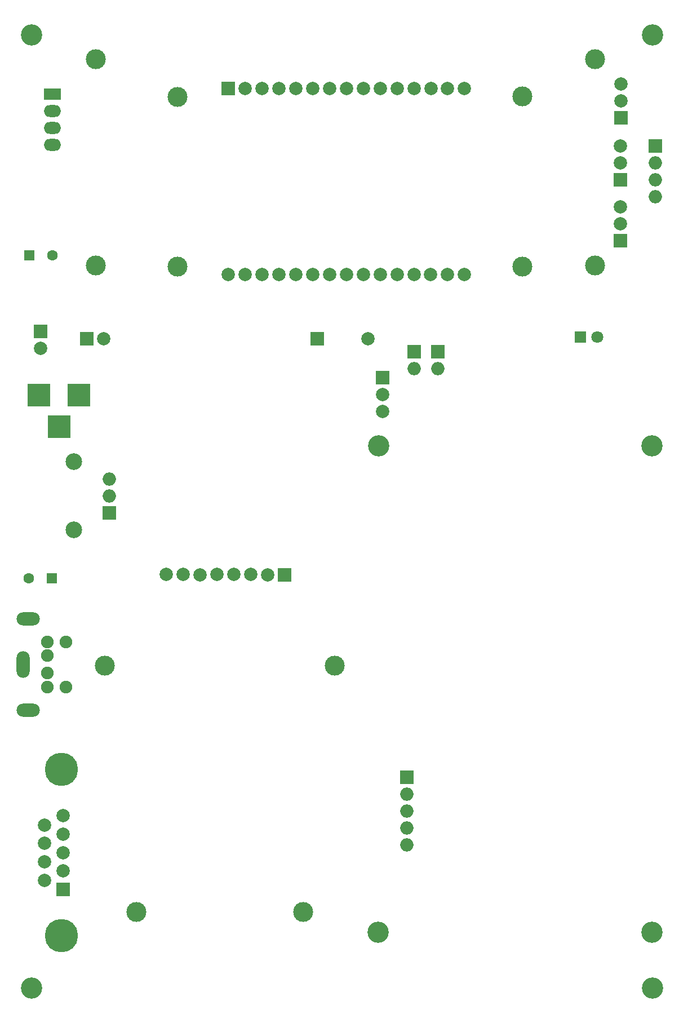
<source format=gbr>
G04 #@! TF.GenerationSoftware,KiCad,Pcbnew,5.1.8-db9833491~88~ubuntu18.04.1*
G04 #@! TF.CreationDate,2020-12-10T12:47:45+05:30*
G04 #@! TF.ProjectId,Permitme_main _sub_V1,5065726d-6974-46d6-955f-6d61696e205f,rev?*
G04 #@! TF.SameCoordinates,Original*
G04 #@! TF.FileFunction,Soldermask,Top*
G04 #@! TF.FilePolarity,Negative*
%FSLAX46Y46*%
G04 Gerber Fmt 4.6, Leading zero omitted, Abs format (unit mm)*
G04 Created by KiCad (PCBNEW 5.1.8-db9833491~88~ubuntu18.04.1) date 2020-12-10 12:47:45*
%MOMM*%
%LPD*%
G01*
G04 APERTURE LIST*
%ADD10R,2.000000X2.000000*%
%ADD11O,2.000000X2.000000*%
%ADD12C,2.000000*%
%ADD13R,1.800000X1.800000*%
%ADD14C,1.800000*%
%ADD15C,3.200000*%
%ADD16O,3.500000X2.000000*%
%ADD17C,1.900000*%
%ADD18O,2.000000X4.000000*%
%ADD19C,1.600000*%
%ADD20R,1.600000X1.600000*%
%ADD21C,5.000000*%
%ADD22O,2.600000X1.800000*%
%ADD23C,3.000000*%
%ADD24R,2.600000X1.800000*%
%ADD25C,2.500000*%
%ADD26R,3.500000X3.500000*%
G04 APERTURE END LIST*
D10*
X51330000Y-94710000D03*
D11*
X51330000Y-92170000D03*
X51330000Y-89630000D03*
D12*
X50420000Y-68510000D03*
D10*
X47880000Y-68510000D03*
D13*
X122080000Y-68260000D03*
D14*
X124620000Y-68260000D03*
D10*
X128130000Y-35350000D03*
D12*
X128130000Y-30270000D03*
X128130000Y-32810000D03*
D15*
X39650000Y-166060000D03*
D10*
X82520000Y-68530000D03*
D12*
X90120000Y-68530000D03*
X92380000Y-76950000D03*
X92380000Y-79490000D03*
D10*
X92380000Y-74410000D03*
D16*
X39100000Y-110610000D03*
X39100000Y-124310000D03*
D17*
X41950000Y-118760000D03*
X41950000Y-116160000D03*
X41950000Y-120860000D03*
X41950000Y-114060000D03*
X44750000Y-120860000D03*
X44750000Y-114060000D03*
D18*
X38300000Y-117460000D03*
D15*
X91700000Y-157670000D03*
D19*
X39150000Y-104510000D03*
D20*
X42650000Y-104510000D03*
D15*
X132820000Y-157670000D03*
X132810000Y-84580000D03*
X132890000Y-166060000D03*
D10*
X44380000Y-151260000D03*
D12*
X44380000Y-148490000D03*
X44380000Y-145720000D03*
X44380000Y-142950000D03*
X44380000Y-140180000D03*
X41540000Y-149875000D03*
X41540000Y-147105000D03*
X41540000Y-144335000D03*
X41540000Y-141565000D03*
D21*
X44080000Y-133220000D03*
X44080000Y-158220000D03*
D11*
X100690000Y-73030000D03*
D10*
X100690000Y-70490000D03*
D15*
X91730000Y-84580000D03*
D20*
X39230000Y-55980000D03*
D19*
X42730000Y-55980000D03*
D22*
X42730000Y-39380000D03*
X42720000Y-36840000D03*
X42720000Y-34300000D03*
D23*
X124240000Y-26500000D03*
X124239480Y-57500700D03*
X49240900Y-57500700D03*
X49240900Y-26500000D03*
D24*
X42730000Y-31750000D03*
D10*
X133330000Y-39560000D03*
D11*
X133330000Y-42100000D03*
X133330000Y-44640000D03*
X133330000Y-47180000D03*
D10*
X96040000Y-134416000D03*
D11*
X96040000Y-136956000D03*
X96040000Y-139496000D03*
X96040000Y-142036000D03*
X96040000Y-144576000D03*
D25*
X45932000Y-97200000D03*
X45952000Y-87010000D03*
D23*
X80390000Y-154660000D03*
X55390000Y-154660000D03*
X50640000Y-117660000D03*
X85140000Y-117660000D03*
D10*
X77650000Y-103970000D03*
D12*
X75110000Y-103970000D03*
X72580000Y-103960000D03*
X70020000Y-103940000D03*
X67480000Y-103940000D03*
X64960000Y-103970000D03*
X62420000Y-103960000D03*
X59880000Y-103960000D03*
D10*
X97060000Y-70490000D03*
D11*
X97060000Y-73030000D03*
D15*
X39640000Y-22860000D03*
D10*
X69160000Y-30940000D03*
D12*
X71700000Y-30940000D03*
X74230000Y-30940000D03*
X76780000Y-30940000D03*
X79320000Y-30935000D03*
X81860000Y-30910000D03*
X84410000Y-30910000D03*
X86940000Y-30910000D03*
X89485000Y-30910000D03*
X92010000Y-30910000D03*
X94560000Y-30910000D03*
X97085000Y-30910000D03*
X99610000Y-30910000D03*
X102135000Y-30910000D03*
X104660000Y-30910000D03*
X71675000Y-58915000D03*
X74205000Y-58915000D03*
X69135000Y-58915000D03*
X76755000Y-58915000D03*
X79295000Y-58910000D03*
X81835000Y-58885000D03*
X84385000Y-58885000D03*
X86915000Y-58885000D03*
X89460000Y-58885000D03*
X91985000Y-58885000D03*
X94535000Y-58885000D03*
X97060000Y-58885000D03*
X99585000Y-58885000D03*
X102110000Y-58885000D03*
X104635000Y-58885000D03*
D23*
X61520000Y-32210000D03*
X61520000Y-57710000D03*
X113370000Y-57710000D03*
X113370000Y-32160000D03*
D12*
X128120000Y-42090000D03*
X128120000Y-39550000D03*
D10*
X128120000Y-44630000D03*
X128120000Y-53830000D03*
D12*
X128120000Y-48750000D03*
X128120000Y-51290000D03*
D26*
X46740000Y-77040000D03*
X40740000Y-77040000D03*
X43740000Y-81740000D03*
D15*
X132880000Y-22860000D03*
D10*
X40930000Y-67460000D03*
D12*
X40930000Y-70000000D03*
M02*

</source>
